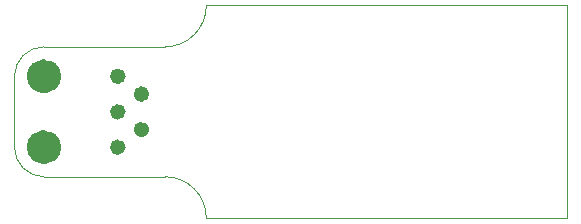
<source format=gbr>
%TF.GenerationSoftware,KiCad,Pcbnew,6.0.2+dfsg-1*%
%TF.CreationDate,2024-04-13T11:51:51+02:00*%
%TF.ProjectId,ps2_to_amiga,7073325f-746f-45f6-916d-6967612e6b69,rev?*%
%TF.SameCoordinates,Original*%
%TF.FileFunction,Profile,NP*%
%FSLAX46Y46*%
G04 Gerber Fmt 4.6, Leading zero omitted, Abs format (unit mm)*
G04 Created by KiCad (PCBNEW 6.0.2+dfsg-1) date 2024-04-13 11:51:51*
%MOMM*%
%LPD*%
G01*
G04 APERTURE LIST*
%TA.AperFunction,Profile*%
%ADD10C,0.100000*%
%TD*%
%TA.AperFunction,Profile*%
%ADD11C,1.480000*%
%TD*%
%TA.AperFunction,Profile*%
%ADD12C,0.650000*%
%TD*%
G04 APERTURE END LIST*
D10*
X125750000Y-83000000D02*
G75*
G03*
X128250000Y-85500000I2500000J0D01*
G01*
X128250000Y-74500000D02*
G75*
G03*
X125750000Y-77000000I0J-2500000D01*
G01*
X142000000Y-89000000D02*
G75*
G03*
X138500000Y-85500000I-3500000J0D01*
G01*
X138500000Y-74500000D02*
G75*
G03*
X142000000Y-71000000I0J3500000D01*
G01*
X172500000Y-89000000D02*
X172500000Y-71000000D01*
X172500000Y-89000000D02*
X142000000Y-89000000D01*
X142000000Y-71000000D02*
X172500000Y-71000000D01*
X125750000Y-77000000D02*
X125750000Y-83000000D01*
X128250000Y-85500000D02*
X138500000Y-85500000D01*
X128250000Y-74500000D02*
X138500000Y-74500000D01*
D11*
X128990000Y-77000000D02*
G75*
G03*
X128990000Y-77000000I-740000J0D01*
G01*
X128990000Y-83000000D02*
G75*
G03*
X128990000Y-83000000I-740000J0D01*
G01*
D12*
X134825000Y-83000000D02*
G75*
G03*
X134825000Y-83000000I-325000J0D01*
G01*
X136825000Y-81500000D02*
G75*
G03*
X136825000Y-81500000I-325000J0D01*
G01*
X134825000Y-80000000D02*
G75*
G03*
X134825000Y-80000000I-325000J0D01*
G01*
X136825000Y-78500000D02*
G75*
G03*
X136825000Y-78500000I-325000J0D01*
G01*
X134825000Y-77000000D02*
G75*
G03*
X134825000Y-77000000I-325000J0D01*
G01*
M02*

</source>
